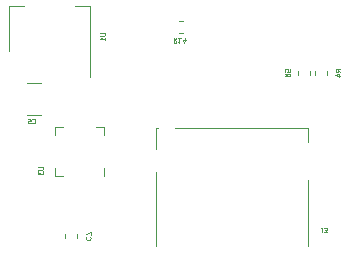
<source format=gbr>
G04 #@! TF.GenerationSoftware,KiCad,Pcbnew,(5.1.5)-3*
G04 #@! TF.CreationDate,2020-04-17T11:23:33-04:00*
G04 #@! TF.ProjectId,STM32_SMD_Quadcopter,53544d33-325f-4534-9d44-5f5175616463,rev?*
G04 #@! TF.SameCoordinates,PX2daf690PY1aab7d8*
G04 #@! TF.FileFunction,Legend,Bot*
G04 #@! TF.FilePolarity,Positive*
%FSLAX46Y46*%
G04 Gerber Fmt 4.6, Leading zero omitted, Abs format (unit mm)*
G04 Created by KiCad (PCBNEW (5.1.5)-3) date 2020-04-17 11:23:33*
%MOMM*%
%LPD*%
G04 APERTURE LIST*
%ADD10C,0.120000*%
%ADD11C,0.050000*%
G04 APERTURE END LIST*
D10*
X17942779Y-3960400D02*
X17617221Y-3960400D01*
X17942779Y-4980400D02*
X17617221Y-4980400D01*
X8968200Y-22311579D02*
X8968200Y-21986021D01*
X7948200Y-22311579D02*
X7948200Y-21986021D01*
X4731936Y-11901000D02*
X5936064Y-11901000D01*
X4731936Y-9181000D02*
X5936064Y-9181000D01*
X11204000Y-12926000D02*
X10554000Y-12926000D01*
X7084000Y-17046000D02*
X7734000Y-17046000D01*
X7084000Y-12926000D02*
X7734000Y-12926000D01*
X7084000Y-17046000D02*
X7084000Y-16396000D01*
X7084000Y-12926000D02*
X7084000Y-13576000D01*
X11204000Y-12926000D02*
X11204000Y-13576000D01*
X11204000Y-17046000D02*
X11204000Y-16396000D01*
X3194000Y-2687000D02*
X4454000Y-2687000D01*
X10014000Y-2687000D02*
X8754000Y-2687000D01*
X3194000Y-6447000D02*
X3194000Y-2687000D01*
X10014000Y-8697000D02*
X10014000Y-2687000D01*
X29131800Y-8468579D02*
X29131800Y-8143021D01*
X30151800Y-8468579D02*
X30151800Y-8143021D01*
X27658600Y-8143021D02*
X27658600Y-8468579D01*
X28678600Y-8143021D02*
X28678600Y-8468579D01*
X15663000Y-16695600D02*
X15663000Y-22995600D01*
X28533000Y-17395600D02*
X28533000Y-22995600D01*
X15663000Y-12985600D02*
X15663000Y-14795600D01*
X28533000Y-12985600D02*
X17273000Y-12985600D01*
X28533000Y-14145600D02*
X28533000Y-12985600D01*
X15773000Y-12985600D02*
X15663000Y-12985600D01*
D11*
X17357757Y-5379107D02*
X17224423Y-5569583D01*
X17129185Y-5379107D02*
X17129185Y-5779107D01*
X17281566Y-5779107D01*
X17319661Y-5760060D01*
X17338709Y-5741012D01*
X17357757Y-5702917D01*
X17357757Y-5645774D01*
X17338709Y-5607679D01*
X17319661Y-5588631D01*
X17281566Y-5569583D01*
X17129185Y-5569583D01*
X17738709Y-5379107D02*
X17510138Y-5379107D01*
X17624423Y-5379107D02*
X17624423Y-5779107D01*
X17586328Y-5721964D01*
X17548233Y-5683869D01*
X17510138Y-5664821D01*
X18081566Y-5645774D02*
X18081566Y-5379107D01*
X17986328Y-5798155D02*
X17891090Y-5512440D01*
X18138709Y-5512440D01*
X9745342Y-22215466D02*
X9726295Y-22234514D01*
X9707247Y-22291657D01*
X9707247Y-22329752D01*
X9726295Y-22386895D01*
X9764390Y-22424990D01*
X9802485Y-22444038D01*
X9878676Y-22463085D01*
X9935819Y-22463085D01*
X10012009Y-22444038D01*
X10050104Y-22424990D01*
X10088200Y-22386895D01*
X10107247Y-22329752D01*
X10107247Y-22291657D01*
X10088200Y-22234514D01*
X10069152Y-22215466D01*
X10107247Y-22082133D02*
X10107247Y-21815466D01*
X9707247Y-21986895D01*
X5169526Y-12560917D02*
X5188574Y-12579964D01*
X5245717Y-12599012D01*
X5283812Y-12599012D01*
X5340955Y-12579964D01*
X5379050Y-12541869D01*
X5398098Y-12503774D01*
X5417145Y-12427583D01*
X5417145Y-12370440D01*
X5398098Y-12294250D01*
X5379050Y-12256155D01*
X5340955Y-12218060D01*
X5283812Y-12199012D01*
X5245717Y-12199012D01*
X5188574Y-12218060D01*
X5169526Y-12237107D01*
X4807621Y-12199012D02*
X4998098Y-12199012D01*
X5017145Y-12389488D01*
X4998098Y-12370440D01*
X4960002Y-12351393D01*
X4864764Y-12351393D01*
X4826669Y-12370440D01*
X4807621Y-12389488D01*
X4788574Y-12427583D01*
X4788574Y-12522821D01*
X4807621Y-12560917D01*
X4826669Y-12579964D01*
X4864764Y-12599012D01*
X4960002Y-12599012D01*
X4998098Y-12579964D01*
X5017145Y-12560917D01*
X5686452Y-16273818D02*
X6010261Y-16273818D01*
X6048357Y-16292865D01*
X6067404Y-16311913D01*
X6086452Y-16350008D01*
X6086452Y-16426199D01*
X6067404Y-16464294D01*
X6048357Y-16483341D01*
X6010261Y-16502389D01*
X5686452Y-16502389D01*
X5686452Y-16654770D02*
X5686452Y-16902389D01*
X5838833Y-16769056D01*
X5838833Y-16826199D01*
X5857880Y-16864294D01*
X5876928Y-16883341D01*
X5915023Y-16902389D01*
X6010261Y-16902389D01*
X6048357Y-16883341D01*
X6067404Y-16864294D01*
X6086452Y-16826199D01*
X6086452Y-16711913D01*
X6067404Y-16673818D01*
X6048357Y-16654770D01*
X10936632Y-4925098D02*
X11260441Y-4925098D01*
X11298537Y-4944145D01*
X11317584Y-4963193D01*
X11336632Y-5001288D01*
X11336632Y-5077479D01*
X11317584Y-5115574D01*
X11298537Y-5134621D01*
X11260441Y-5153669D01*
X10936632Y-5153669D01*
X11336632Y-5553669D02*
X11336632Y-5325098D01*
X11336632Y-5439383D02*
X10936632Y-5439383D01*
X10993775Y-5401288D01*
X11031870Y-5363193D01*
X11050918Y-5325098D01*
X31252752Y-8239133D02*
X31062276Y-8105800D01*
X31252752Y-8010561D02*
X30852752Y-8010561D01*
X30852752Y-8162942D01*
X30871800Y-8201038D01*
X30890847Y-8220085D01*
X30928942Y-8239133D01*
X30986085Y-8239133D01*
X31024180Y-8220085D01*
X31043228Y-8201038D01*
X31062276Y-8162942D01*
X31062276Y-8010561D01*
X30986085Y-8581990D02*
X31252752Y-8581990D01*
X30833704Y-8486752D02*
X31119419Y-8391514D01*
X31119419Y-8639133D01*
X26557647Y-8372466D02*
X26748123Y-8505800D01*
X26557647Y-8601038D02*
X26957647Y-8601038D01*
X26957647Y-8448657D01*
X26938600Y-8410561D01*
X26919552Y-8391514D01*
X26881457Y-8372466D01*
X26824314Y-8372466D01*
X26786219Y-8391514D01*
X26767171Y-8410561D01*
X26748123Y-8448657D01*
X26748123Y-8601038D01*
X26957647Y-8010561D02*
X26957647Y-8201038D01*
X26767171Y-8220085D01*
X26786219Y-8201038D01*
X26805266Y-8162942D01*
X26805266Y-8067704D01*
X26786219Y-8029609D01*
X26767171Y-8010561D01*
X26729076Y-7991514D01*
X26633838Y-7991514D01*
X26595742Y-8010561D01*
X26576695Y-8029609D01*
X26557647Y-8067704D01*
X26557647Y-8162942D01*
X26576695Y-8201038D01*
X26595742Y-8220085D01*
X29721826Y-21811587D02*
X29721826Y-21525873D01*
X29702779Y-21468730D01*
X29664683Y-21430635D01*
X29607540Y-21411587D01*
X29569445Y-21411587D01*
X29874207Y-21811587D02*
X30121826Y-21811587D01*
X29988493Y-21659206D01*
X30045636Y-21659206D01*
X30083731Y-21640159D01*
X30102779Y-21621111D01*
X30121826Y-21583016D01*
X30121826Y-21487778D01*
X30102779Y-21449682D01*
X30083731Y-21430635D01*
X30045636Y-21411587D01*
X29931350Y-21411587D01*
X29893255Y-21430635D01*
X29874207Y-21449682D01*
M02*

</source>
